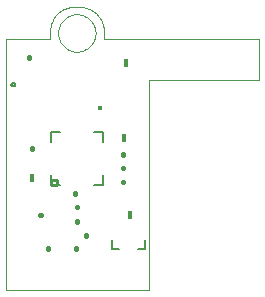
<source format=gto>
G75*
%MOIN*%
%OFA0B0*%
%FSLAX24Y24*%
%IPPOS*%
%LPD*%
%AMOC8*
5,1,8,0,0,1.08239X$1,22.5*
%
%ADD10C,0.0000*%
%ADD11C,0.0090*%
%ADD12C,0.0050*%
%ADD13C,0.0160*%
%ADD14R,0.0160X0.0280*%
%ADD15C,0.0080*%
%ADD16R,0.0177X0.0177*%
D10*
X007150Y007500D02*
X007150Y015875D01*
X008619Y015875D01*
X008619Y016168D01*
X008619Y016169D02*
X008622Y016222D01*
X008629Y016275D01*
X008639Y016328D01*
X008652Y016380D01*
X008670Y016431D01*
X008690Y016480D01*
X008714Y016528D01*
X008742Y016574D01*
X008772Y016618D01*
X008805Y016660D01*
X008841Y016700D01*
X008880Y016737D01*
X008921Y016772D01*
X008964Y016803D01*
X009010Y016832D01*
X009057Y016857D01*
X009106Y016879D01*
X009156Y016898D01*
X009207Y016913D01*
X009260Y016925D01*
X009313Y016933D01*
X009366Y016937D01*
X009420Y016938D01*
X009419Y016938D02*
X009556Y016938D01*
X009555Y016938D02*
X009612Y016937D01*
X009668Y016932D01*
X009724Y016924D01*
X009780Y016911D01*
X009834Y016895D01*
X009887Y016875D01*
X009938Y016852D01*
X009988Y016825D01*
X010036Y016795D01*
X010082Y016762D01*
X010125Y016725D01*
X010166Y016686D01*
X010204Y016644D01*
X010239Y016600D01*
X010271Y016553D01*
X010300Y016504D01*
X010325Y016454D01*
X010347Y016401D01*
X010365Y016348D01*
X010379Y016293D01*
X010390Y016237D01*
X010397Y016181D01*
X010400Y016125D01*
X010400Y016124D02*
X010400Y015875D01*
X015584Y015875D01*
X015584Y014503D01*
X011900Y014503D01*
X011900Y014250D01*
X011898Y007500D01*
X007150Y007500D01*
X008875Y016064D02*
X008877Y016114D01*
X008883Y016163D01*
X008893Y016212D01*
X008906Y016259D01*
X008924Y016306D01*
X008945Y016351D01*
X008969Y016394D01*
X008997Y016435D01*
X009028Y016474D01*
X009062Y016510D01*
X009099Y016544D01*
X009139Y016574D01*
X009180Y016601D01*
X009224Y016625D01*
X009269Y016645D01*
X009316Y016661D01*
X009364Y016674D01*
X009413Y016683D01*
X009463Y016688D01*
X009512Y016689D01*
X009562Y016686D01*
X009611Y016679D01*
X009660Y016668D01*
X009707Y016654D01*
X009753Y016635D01*
X009798Y016613D01*
X009841Y016588D01*
X009881Y016559D01*
X009919Y016527D01*
X009955Y016493D01*
X009988Y016455D01*
X010017Y016415D01*
X010043Y016373D01*
X010066Y016329D01*
X010085Y016283D01*
X010101Y016236D01*
X010113Y016187D01*
X010121Y016138D01*
X010125Y016089D01*
X010125Y016039D01*
X010121Y015990D01*
X010113Y015941D01*
X010101Y015892D01*
X010085Y015845D01*
X010066Y015799D01*
X010043Y015755D01*
X010017Y015713D01*
X009988Y015673D01*
X009955Y015635D01*
X009919Y015601D01*
X009881Y015569D01*
X009841Y015540D01*
X009798Y015515D01*
X009753Y015493D01*
X009707Y015474D01*
X009660Y015460D01*
X009611Y015449D01*
X009562Y015442D01*
X009512Y015439D01*
X009463Y015440D01*
X009413Y015445D01*
X009364Y015454D01*
X009316Y015467D01*
X009269Y015483D01*
X009224Y015503D01*
X009180Y015527D01*
X009139Y015554D01*
X009099Y015584D01*
X009062Y015618D01*
X009028Y015654D01*
X008997Y015693D01*
X008969Y015734D01*
X008945Y015777D01*
X008924Y015822D01*
X008906Y015869D01*
X008893Y015916D01*
X008883Y015965D01*
X008877Y016014D01*
X008875Y016064D01*
D11*
X008835Y011172D02*
X008653Y011172D01*
X008653Y010990D01*
X008835Y010990D01*
X008835Y011172D01*
D12*
X008943Y011008D02*
X008630Y011008D01*
X008630Y011320D01*
X008630Y012445D02*
X008630Y012758D01*
X008943Y012758D01*
X010068Y012758D02*
X010380Y012758D01*
X010380Y012445D01*
X010380Y011320D02*
X010380Y011008D01*
X010068Y011008D01*
X007315Y014345D02*
X007317Y014360D01*
X007323Y014375D01*
X007332Y014387D01*
X007344Y014397D01*
X007358Y014404D01*
X007373Y014407D01*
X007389Y014406D01*
X007403Y014401D01*
X007417Y014393D01*
X007427Y014381D01*
X007435Y014368D01*
X007439Y014353D01*
X007439Y014337D01*
X007435Y014322D01*
X007427Y014309D01*
X007417Y014297D01*
X007403Y014289D01*
X007389Y014284D01*
X007373Y014283D01*
X007358Y014286D01*
X007344Y014293D01*
X007332Y014303D01*
X007323Y014315D01*
X007317Y014330D01*
X007315Y014345D01*
D13*
X007900Y015238D02*
X007900Y015262D01*
X008021Y012214D02*
X008021Y012190D01*
X009430Y010715D02*
X009430Y010691D01*
X009511Y010279D02*
X009511Y010255D01*
X009494Y009790D02*
X009494Y009766D01*
X009809Y009332D02*
X009809Y009308D01*
X009466Y008882D02*
X009466Y008858D01*
X008530Y008860D02*
X008530Y008885D01*
X008292Y009998D02*
X008268Y009998D01*
X011029Y011089D02*
X011029Y011113D01*
X011032Y011551D02*
X011032Y011575D01*
X011049Y011995D02*
X011049Y012020D01*
D14*
X011076Y012576D03*
X011146Y015076D03*
X008003Y011243D03*
X011275Y010000D03*
D15*
X011762Y009167D02*
X011762Y008852D01*
X011526Y008852D01*
X010896Y008852D02*
X010660Y008852D01*
X010660Y009167D01*
D16*
X010276Y013560D03*
M02*

</source>
